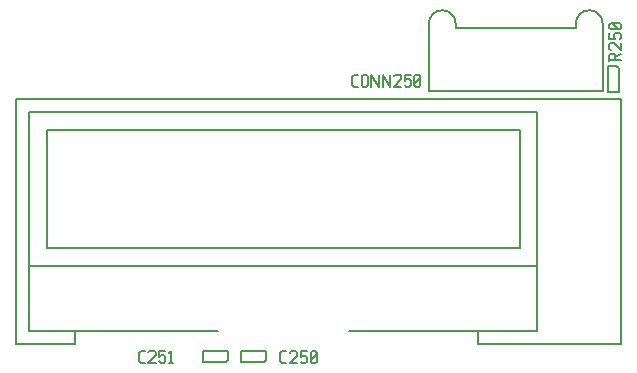
<source format=gto>
G04 start of page 9 for group -4079 idx -4079 *
G04 Title: roomunit-display, topsilk *
G04 Creator: pcb 1.99z *
G04 CreationDate: mån  6 apr 2015 08:42:04 UTC *
G04 For: jonatan *
G04 Format: Gerber/RS-274X *
G04 PCB-Dimensions (mm): 60.00 42.00 *
G04 PCB-Coordinate-Origin: lower left *
%MOMM*%
%FSLAX43Y43*%
%LNTOPSILK*%
%ADD48C,0.152*%
%ADD47C,0.203*%
%ADD46C,0.200*%
G54D46*X20979Y11589D02*Y10889D01*
X20779Y10689D01*
X18819D02*X20779D01*
X18819Y11589D02*Y10689D01*
Y11589D02*X20979D01*
X24234D02*Y10889D01*
X24034Y10689D01*
X22074D02*X24034D01*
X22074Y11589D02*Y10689D01*
Y11589D02*X24234D01*
X4159Y13321D02*Y31821D01*
X47159D01*
Y13321D01*
X31209D01*
X20109D02*X4159D01*
Y18821D02*X47159D01*
X5659Y20321D02*X45659D01*
Y30321D01*
X5659D01*
Y20321D01*
X3059Y12221D02*Y32921D01*
X54259D01*
Y12221D01*
X42159D01*
Y13321D01*
X3059Y12221D02*X8059D01*
Y13321D01*
G54D47*X40259Y38952D02*X50419D01*
X37973Y39333D02*Y33618D01*
X52705Y39333D02*Y33618D01*
X37973D02*X52705D01*
X40259Y39333D02*Y38952D01*
X50419Y39333D02*Y38952D01*
X39116Y40476D02*G75*G03X37973Y39333I0J-1143D01*G01*
X40259Y39333D02*G75*G03X39116Y40476I-1143J0D01*G01*
X52705Y39333D02*G75*G03X51562Y40476I-1143J0D01*G01*
G75*G03X50419Y39333I0J-1143D01*G01*
G54D46*X53144Y35754D02*X53844D01*
X54044Y35554D01*
Y33594D01*
X53144D02*X54044D01*
X53144Y35754D02*Y33594D01*
G54D48*X13593Y10622D02*X13923D01*
X13415Y10800D02*X13593Y10622D01*
X13415Y11460D02*Y10800D01*
Y11460D02*X13593Y11638D01*
X13923D01*
X14228Y11511D02*X14355Y11638D01*
X14736D01*
X14863Y11511D01*
Y11257D01*
X14228Y10622D02*X14863Y11257D01*
X14228Y10622D02*X14863D01*
X15168Y11638D02*X15676D01*
X15168D02*Y11130D01*
X15295Y11257D01*
X15549D01*
X15676Y11130D01*
Y10749D01*
X15549Y10622D02*X15676Y10749D01*
X15295Y10622D02*X15549D01*
X15168Y10749D02*X15295Y10622D01*
X15980Y11435D02*X16184Y11638D01*
Y10622D01*
X15980D02*X16361D01*
X25578Y10589D02*X25908D01*
X25400Y10767D02*X25578Y10589D01*
X25400Y11427D02*Y10767D01*
Y11427D02*X25578Y11605D01*
X25908D01*
X26213Y11478D02*X26340Y11605D01*
X26721D01*
X26848Y11478D01*
Y11224D01*
X26213Y10589D02*X26848Y11224D01*
X26213Y10589D02*X26848D01*
X27153Y11605D02*X27661D01*
X27153D02*Y11097D01*
X27280Y11224D01*
X27534D01*
X27661Y11097D01*
Y10716D01*
X27534Y10589D02*X27661Y10716D01*
X27280Y10589D02*X27534D01*
X27153Y10716D02*X27280Y10589D01*
X27965Y10716D02*X28092Y10589D01*
X27965Y11478D02*Y10716D01*
Y11478D02*X28092Y11605D01*
X28346D01*
X28473Y11478D01*
Y10716D01*
X28346Y10589D02*X28473Y10716D01*
X28092Y10589D02*X28346D01*
X27965Y10843D02*X28473Y11351D01*
X31674Y33999D02*X32004D01*
X31496Y34177D02*X31674Y33999D01*
X31496Y34837D02*Y34177D01*
Y34837D02*X31674Y35015D01*
X32004D01*
X32309Y34888D02*Y34126D01*
Y34888D02*X32436Y35015D01*
X32690D01*
X32817Y34888D01*
Y34126D01*
X32690Y33999D02*X32817Y34126D01*
X32436Y33999D02*X32690D01*
X32309Y34126D02*X32436Y33999D01*
X33122Y35015D02*Y33999D01*
Y35015D02*X33757Y33999D01*
Y35015D02*Y33999D01*
X34061Y35015D02*Y33999D01*
Y35015D02*X34696Y33999D01*
Y35015D02*Y33999D01*
X35001Y34888D02*X35128Y35015D01*
X35509D01*
X35636Y34888D01*
Y34634D01*
X35001Y33999D02*X35636Y34634D01*
X35001Y33999D02*X35636D01*
X35941Y35015D02*X36449D01*
X35941D02*Y34507D01*
X36068Y34634D01*
X36322D01*
X36449Y34507D01*
Y34126D01*
X36322Y33999D02*X36449Y34126D01*
X36068Y33999D02*X36322D01*
X35941Y34126D02*X36068Y33999D01*
X36754Y34126D02*X36881Y33999D01*
X36754Y34888D02*Y34126D01*
Y34888D02*X36881Y35015D01*
X37135D01*
X37262Y34888D01*
Y34126D01*
X37135Y33999D02*X37262Y34126D01*
X36881Y33999D02*X37135D01*
X36754Y34253D02*X37262Y34761D01*
X53255Y36666D02*Y36158D01*
Y36666D02*X53382Y36793D01*
X53636D01*
X53763Y36666D02*X53636Y36793D01*
X53763Y36666D02*Y36285D01*
X53255D02*X54271D01*
X53763Y36488D02*X54271Y36793D01*
X53382Y37098D02*X53255Y37225D01*
Y37606D02*Y37225D01*
Y37606D02*X53382Y37733D01*
X53636D01*
X54271Y37098D02*X53636Y37733D01*
X54271D02*Y37098D01*
X53255Y38546D02*Y38038D01*
X53763D01*
X53636Y38165D01*
Y38419D02*Y38165D01*
Y38419D02*X53763Y38546D01*
X54144D01*
X54271Y38419D02*X54144Y38546D01*
X54271Y38419D02*Y38165D01*
X54144Y38038D02*X54271Y38165D01*
X54144Y38850D02*X54271Y38977D01*
X53382Y38850D02*X54144D01*
X53382D02*X53255Y38977D01*
Y39231D02*Y38977D01*
Y39231D02*X53382Y39358D01*
X54144D01*
X54271Y39231D02*X54144Y39358D01*
X54271Y39231D02*Y38977D01*
X54017Y38850D02*X53509Y39358D01*
M02*

</source>
